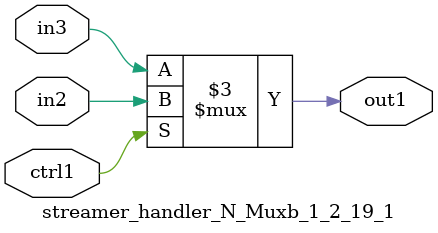
<source format=v>

`timescale 1ps / 1ps


module streamer_handler_N_Muxb_1_2_19_1( in3, in2, ctrl1, out1 );

    input in3;
    input in2;
    input ctrl1;
    output out1;
    reg out1;

    
    // rtl_process:streamer_handler_N_Muxb_1_2_19_1/streamer_handler_N_Muxb_1_2_19_1_thread_1
    always @*
      begin : streamer_handler_N_Muxb_1_2_19_1_thread_1
        case (ctrl1) 
          1'b1: 
            begin
              out1 = in2;
            end
          default: 
            begin
              out1 = in3;
            end
        endcase
      end

endmodule


</source>
